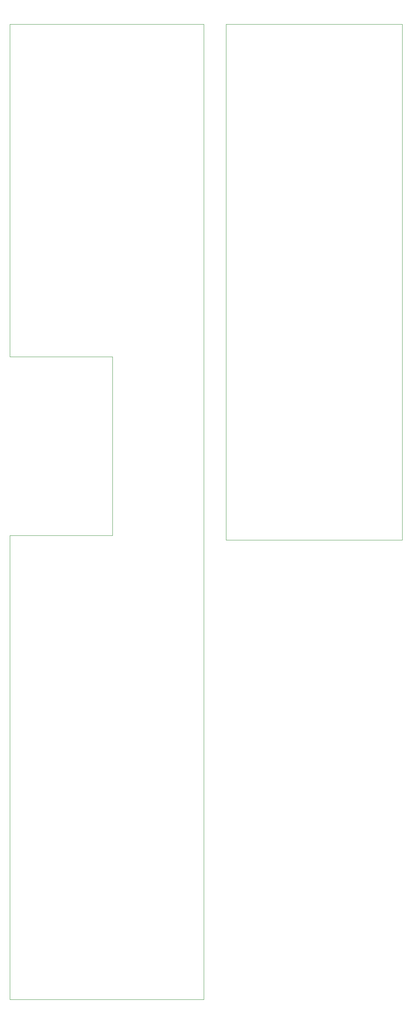
<source format=gbr>
%TF.GenerationSoftware,KiCad,Pcbnew,8.0.7*%
%TF.CreationDate,2025-07-02T12:24:07+01:00*%
%TF.ProjectId,KiCad,4b694361-642e-46b6-9963-61645f706362,v1*%
%TF.SameCoordinates,Original*%
%TF.FileFunction,Profile,NP*%
%FSLAX46Y46*%
G04 Gerber Fmt 4.6, Leading zero omitted, Abs format (unit mm)*
G04 Created by KiCad (PCBNEW 8.0.7) date 2025-07-02 12:24:07*
%MOMM*%
%LPD*%
G01*
G04 APERTURE LIST*
%TA.AperFunction,Profile*%
%ADD10C,0.050000*%
%TD*%
G04 APERTURE END LIST*
D10*
X37500000Y-274000000D02*
X60500000Y-274000000D01*
X37500000Y-378000000D02*
X37500000Y-274000000D01*
X86000000Y-275000000D02*
X125500000Y-275000000D01*
X125500000Y-275000000D02*
X125500000Y-159500000D01*
X81000000Y-378000000D02*
X37500000Y-378000000D01*
X37500000Y-159500000D02*
X81000000Y-159500000D01*
X81000000Y-159500000D02*
X81000000Y-378000000D01*
X37500000Y-234000000D02*
X37500000Y-159500000D01*
X86000000Y-159500000D02*
X125500000Y-159500000D01*
X60500000Y-234000000D02*
X37500000Y-234000000D01*
X86000000Y-159500000D02*
X86000000Y-275000000D01*
X60500000Y-234000000D02*
X60500000Y-274000000D01*
M02*

</source>
